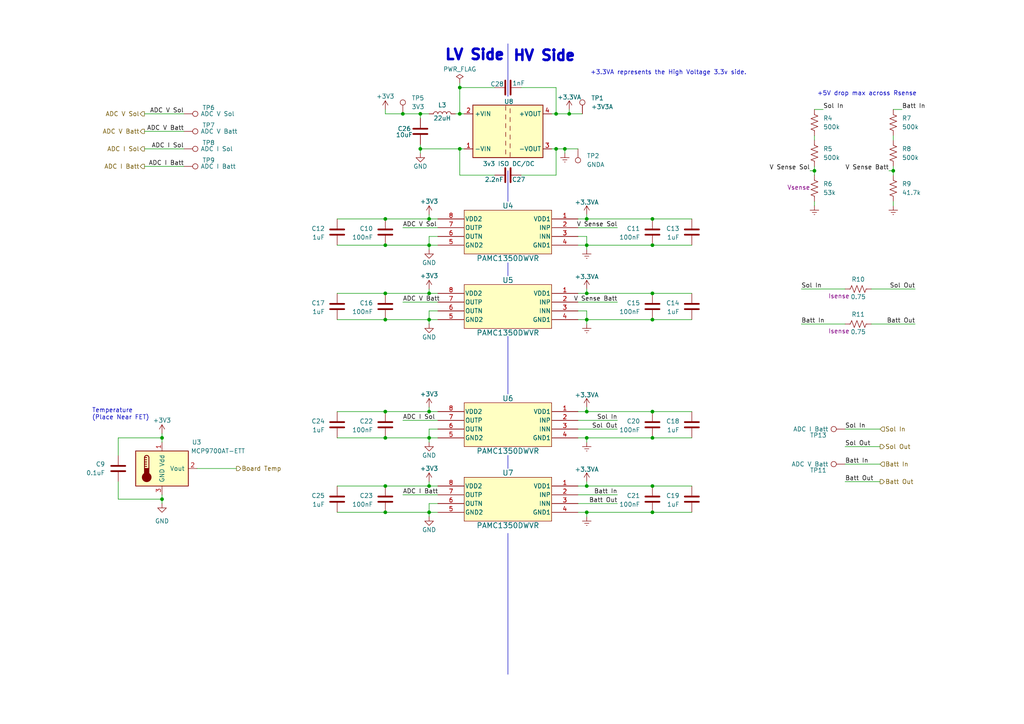
<source format=kicad_sch>
(kicad_sch (version 20231120) (generator "eeschema") (generator_version "8.0")
  (paper "A4")
  (title_block (title "Power Board v1") (date "2024-03-04") (rev "1") (company "Illini Solar Car") (comment 1 "Designed By: Alex Lymberopoulos & Alex Chmiel & Akhil Pothineni"))
  (lib_symbols
    (symbol "AMC1350:PAMC1350DWVR" (pin_names (offset 0.254))
      (property "Reference" "U" (at 20.32 6.35 0))
      (property "Value" "PAMC1350DWVR" (at 20.32 3.81 0))
      (symbol "PAMC1350DWVR_0_1"
        (pin power_in line (at 0 0 0) (length 7.62) (name "VDD1") (number "1"))
        (pin input line (at 0 -2.54 0) (length 7.62) (name "INP") (number "2"))
        (pin output line (at 40.64 -2.54 180) (length 7.62) (name "OUTP") (number "7"))
        (pin power_in line (at 40.64 0 180) (length 7.62) (name "VDD2") (number "8"))
      )
      (symbol "PAMC1350DWVR_1_1"
        (rectangle (start 7.62 2.54) (end 33.02 -10.16) (fill (type background)))
        (pin passive line (at 0 -5.08 0) (length 7.62) (name "INN") (number "3"))
        (pin passive line (at 0 -7.62 0) (length 7.62) (name "GND1") (number "4"))
        (pin passive line (at 40.64 -7.62 180) (length 7.62) (name "GND2") (number "5"))
        (pin passive line (at 40.64 -5.08 180) (length 7.62) (name "OUTN") (number "6"))
      )
    )
    (symbol "Connector:TestPoint" (pin_numbers hide) (pin_names (offset 0.762) hide)
      (property "Reference" "TP" (at 0 6.858 0))
      (property "Value" "TestPoint" (at 0 5.08 0))
      (symbol "TestPoint_0_1"
        (circle (center 0 3.302) (radius 0.762))
      )
      (symbol "TestPoint_1_1"
        (pin passive line (at 0 0 90) (length 2.54) (name "1") (number "1"))
      )
    )
    (symbol "Regulator_Switching:CRE1S0305S3C"
      (property "Reference" "U" (at -8.89 8.89 0))
      (property "Value" "CRE1S0305S3C" (at 2.54 8.89 0))
      (symbol "CRE1S0305S3C_0_1"
        (rectangle (start -10.16 7.62) (end 10.16 -7.62) (stroke (width 0.254)) (fill (type background)))
        (polyline (pts (xy -0.635 -5.334) (xy -0.635 -6.604)))
        (polyline (pts (xy -0.635 -2.794) (xy -0.635 -4.064)))
        (polyline (pts (xy -0.635 -0.254) (xy -0.635 -1.524)))
        (polyline (pts (xy -0.635 2.286) (xy -0.635 1.016)))
        (polyline (pts (xy -0.635 4.826) (xy -0.635 3.556)))
        (polyline (pts (xy -0.635 7.366) (xy -0.635 6.096)))
        (polyline (pts (xy 0.635 -7.366) (xy 0.635 -6.096)))
        (polyline (pts (xy 0.635 -4.826) (xy 0.635 -3.556)))
        (polyline (pts (xy 0.635 -2.286) (xy 0.635 -1.016)))
        (polyline (pts (xy 0.635 0.254) (xy 0.635 1.524)))
        (polyline (pts (xy 0.635 2.794) (xy 0.635 4.064)))
        (polyline (pts (xy 0.635 5.334) (xy 0.635 6.604)))
      )
      (symbol "CRE1S0305S3C_1_1"
        (pin power_in line (at -12.7 -5.08 0) (length 2.54) (name "-VIN") (number "1"))
        (pin power_in line (at -12.7 5.08 0) (length 2.54) (name "+VIN") (number "2"))
        (pin power_out line (at 12.7 -5.08 180) (length 2.54) (name "-VOUT") (number "3"))
        (pin power_out line (at 12.7 5.08 180) (length 2.54) (name "+VOUT") (number "4"))
      )
    )
    (symbol "Sensor_Temperature:MCP9700AT-ETT" (pin_names (offset 1.016))
      (property "Reference" "U" (at -6.35 6.35 0))
      (property "Value" "MCP9700AT-ETT" (at 1.27 6.35 0))
      (symbol "MCP9700AT-ETT_0_1"
        (rectangle (start -7.62 5.08) (end 7.62 -5.08) (stroke (width 0.254)) (fill (type background)))
        (circle (center -4.445 -2.54) (radius 1.27) (stroke (width 0.254)) (fill (type outline)))
        (rectangle (start -3.81 -1.905) (end -5.08 0) (stroke (width 0.254)) (fill (type outline)))
        (arc (start -3.81 3.175) (mid -4.445 3.8072) (end -5.08 3.175) (stroke (width 0.254)))
        (polyline (pts (xy -5.08 0.635) (xy -4.445 0.635)) (stroke (width 0.254)))
        (polyline (pts (xy -5.08 1.27) (xy -4.445 1.27)) (stroke (width 0.254)))
        (polyline (pts (xy -5.08 1.905) (xy -4.445 1.905)) (stroke (width 0.254)))
        (polyline (pts (xy -5.08 2.54) (xy -4.445 2.54)) (stroke (width 0.254)))
        (polyline (pts (xy -5.08 3.175) (xy -5.08 0)) (stroke (width 0.254)))
        (polyline (pts (xy -5.08 3.175) (xy -4.445 3.175)) (stroke (width 0.254)))
        (polyline (pts (xy -3.81 3.175) (xy -3.81 0)) (stroke (width 0.254)))
      )
      (symbol "MCP9700AT-ETT_1_1"
        (pin power_in line (at 0 7.62 270) (length 2.54) (name "Vdd") (number "1"))
        (pin output line (at 10.16 0 180) (length 2.54) (name "Vout") (number "2"))
        (pin power_in line (at 0 -7.62 90) (length 2.54) (name "GND") (number "3"))
      )
    )
    (symbol "device:C" (pin_numbers hide) (pin_names (offset 0.254))
      (property "Reference" "C" (at 0.635 2.54 0))
      (property "Value" "C" (at 0.635 -2.54 0))
      (symbol "C_0_1"
        (polyline (pts (xy -2.032 -0.762) (xy 2.032 -0.762)) (stroke (width 0.508)))
        (polyline (pts (xy -2.032 0.762) (xy 2.032 0.762)) (stroke (width 0.508)))
      )
      (symbol "C_1_1"
        (pin passive line (at 0 3.81 270) (length 2.794) (name "~") (number "1"))
        (pin passive line (at 0 -3.81 90) (length 2.794) (name "~") (number "2"))
      )
    )
    (symbol "device:L" (pin_numbers hide) (pin_names (offset 1.016) hide)
      (property "Reference" "L" (at -1.27 0 90))
      (property "Value" "L" (at 1.905 0 90))
      (symbol "L_0_1"
        (arc (start 0 -2.54) (mid 0.6323 -1.905) (end 0 -1.27))
        (arc (start 0 -1.27) (mid 0.6323 -0.635) (end 0 0))
        (arc (start 0 0) (mid 0.6323 0.635) (end 0 1.27))
        (arc (start 0 1.27) (mid 0.6323 1.905) (end 0 2.54))
      )
      (symbol "L_1_1"
        (pin passive line (at 0 3.81 270) (length 1.27) (name "1") (number "1"))
        (pin passive line (at 0 -3.81 90) (length 1.27) (name "2") (number "2"))
      )
    )
    (symbol "device:R_US" (pin_numbers hide) (pin_names (offset 0))
      (property "Reference" "R" (at 2.54 0 90))
      (property "Value" "R_US" (at -2.54 0 90))
      (symbol "R_US_0_1"
        (polyline (pts (xy 0 -2.286) (xy 0 -2.54)))
        (polyline (pts (xy 0 2.286) (xy 0 2.54)))
        (polyline (pts (xy 0 -0.762) (xy 1.016 -1.143) (xy 0 -1.524) (xy -1.016 -1.905) (xy 0 -2.286)))
        (polyline (pts (xy 0 0.762) (xy 1.016 0.381) (xy 0 0) (xy -1.016 -0.381) (xy 0 -0.762)))
        (polyline (pts (xy 0 2.286) (xy 1.016 1.905) (xy 0 1.524) (xy -1.016 1.143) (xy 0 0.762)))
      )
      (symbol "R_US_1_1"
        (pin passive line (at 0 3.81 270) (length 1.27) (name "~") (number "1"))
        (pin passive line (at 0 -3.81 90) (length 1.27) (name "~") (number "2"))
      )
    )
    (symbol "power:+3.3VA" (power) (pin_names (offset 0))
      (property "Value" "+3.3VA" (at 0 3.556 0))
      (symbol "+3.3VA_0_1"
        (polyline (pts (xy -0.762 1.27) (xy 0 2.54)))
        (polyline (pts (xy 0 0) (xy 0 2.54)))
        (polyline (pts (xy 0 2.54) (xy 0.762 1.27)))
      )
      (symbol "+3.3VA_1_1"
        (pin power_in line (at 0 0 90) (length 0) hide (name "+3.3VA") (number "1"))
      )
    )
    (symbol "power:+3V3" (power) (pin_names (offset 0))
      (property "Value" "+3V3" (at 0 3.556 0))
      (symbol "+3V3_0_1"
        (polyline (pts (xy -0.762 1.27) (xy 0 2.54)))
        (polyline (pts (xy 0 0) (xy 0 2.54)))
        (polyline (pts (xy 0 2.54) (xy 0.762 1.27)))
      )
      (symbol "+3V3_1_1"
        (pin power_in line (at 0 0 90) (length 0) hide (name "+3V3") (number "1"))
      )
    )
    (symbol "power:Earth" (power) (pin_names (offset 0))
      (symbol "Earth_0_1"
        (polyline (pts (xy -0.635 -1.905) (xy 0.635 -1.905)))
        (polyline (pts (xy -0.127 -2.54) (xy 0.127 -2.54)))
        (polyline (pts (xy 0 -1.27) (xy 0 0)))
        (polyline (pts (xy 1.27 -1.27) (xy -1.27 -1.27)))
      )
      (symbol "Earth_1_1"
        (pin power_in line (at 0 0 270) (length 0) hide (name "Earth") (number "1"))
      )
    )
    (symbol "power:GND" (power) (pin_names (offset 0))
      (property "Value" "GND" (at 0 -3.81 0))
      (symbol "GND_0_1"
        (polyline (pts (xy 0 0) (xy 0 -1.27) (xy 1.27 -1.27) (xy 0 -2.54) (xy -1.27 -1.27) (xy 0 -1.27)))
      )
      (symbol "GND_1_1"
        (pin power_in line (at 0 0 270) (length 0) hide (name "GND") (number "1"))
      )
    )
    (symbol "power:PWR_FLAG" (power) (pin_numbers hide) (pin_names (offset 0) hide)
      (property "Value" "PWR_FLAG" (at 0 3.81 0))
      (symbol "PWR_FLAG_0_0"
        (pin power_out line (at 0 0 90) (length 0) (name "pwr") (number "1"))
      )
      (symbol "PWR_FLAG_0_1"
        (polyline (pts (xy 0 0) (xy 0 1.27) (xy -1.016 1.905) (xy 0 2.54) (xy 1.016 1.905) (xy 0 1.27)))
      )
    )
  )
  (junction (at 111.76 127))
  (junction (at 133.35 33.02))
  (junction (at 170.18 140.97))
  (junction (at 111.76 63.5))
  (junction (at 124.46 127))
  (junction (at 189.23 127))
  (junction (at 189.23 63.5))
  (junction (at 124.46 71.12))
  (junction (at 124.46 85.09))
  (junction (at 236.22 49.53))
  (junction (at 189.23 85.09))
  (junction (at 189.23 92.71))
  (junction (at 170.18 127))
  (junction (at 124.46 119.38))
  (junction (at 111.76 119.38))
  (junction (at 189.23 119.38))
  (junction (at 189.23 140.97))
  (junction (at 170.18 71.12))
  (junction (at 170.18 92.71))
  (junction (at 124.46 92.71))
  (junction (at 124.46 140.97))
  (junction (at 170.18 119.38))
  (junction (at 170.18 63.5))
  (junction (at 124.46 63.5))
  (junction (at 111.76 71.12))
  (junction (at 165.1 33.02))
  (junction (at 111.76 92.71))
  (junction (at 111.76 85.09))
  (junction (at 121.92 43.18))
  (junction (at 46.99 144.78))
  (junction (at 163.83 43.18))
  (junction (at 189.23 148.59))
  (junction (at 111.76 140.97))
  (junction (at 170.18 85.09))
  (junction (at 121.92 33.02))
  (junction (at 161.29 33.02))
  (junction (at 116.84 33.02))
  (junction (at 259.08 49.53))
  (junction (at 124.46 148.59))
  (junction (at 170.18 148.59))
  (junction (at 111.76 148.59))
  (junction (at 133.35 43.18))
  (junction (at 46.99 127))
  (junction (at 133.35 25.4))
  (junction (at 161.29 43.18))
  (junction (at 189.23 71.12))
  (wire (pts (xy 170.18 118.11) (xy 170.18 119.38)))
  (wire (pts (xy 151.13 50.8) (xy 161.29 50.8)))
  (wire (pts (xy 170.18 119.38) (xy 167.64 119.38)))
  (wire (pts (xy 170.18 83.82) (xy 170.18 85.09)))
  (wire (pts (xy 189.23 71.12) (xy 170.18 71.12)))
  (wire (pts (xy 57.15 135.89) (xy 68.58 135.89)))
  (wire (pts (xy 170.18 85.09) (xy 167.64 85.09)))
  (wire (pts (xy 170.18 68.58) (xy 170.18 71.12)))
  (wire (pts (xy 259.08 58.42) (xy 259.08 59.69)))
  (wire (pts (xy 189.23 63.5) (xy 170.18 63.5)))
  (wire (pts (xy 124.46 62.23) (xy 124.46 63.5)))
  (wire (pts (xy 127 90.17) (xy 124.46 90.17)))
  (wire (pts (xy 127 68.58) (xy 124.46 68.58)))
  (wire (pts (xy 124.46 63.5) (xy 111.76 63.5)))
  (wire (pts (xy 34.29 127) (xy 46.99 127)))
  (wire (pts (xy 124.46 146.05) (xy 124.46 148.59)))
  (wire (pts (xy 143.51 50.8) (xy 133.35 50.8)))
  (wire (pts (xy 257.81 49.53) (xy 259.08 49.53)))
  (polyline (pts (xy 147.32 80.01) (xy 147.32 76.2)))
  (wire (pts (xy 124.46 139.7) (xy 124.46 140.97)))
  (wire (pts (xy 111.76 85.09) (xy 97.79 85.09)))
  (wire (pts (xy 124.46 119.38) (xy 111.76 119.38)))
  (wire (pts (xy 161.29 43.18) (xy 163.83 43.18)))
  (wire (pts (xy 236.22 39.37) (xy 236.22 40.64)))
  (polyline (pts (xy 147.32 58.42) (xy 147.32 49.53)))
  (wire (pts (xy 179.07 143.51) (xy 167.64 143.51)))
  (wire (pts (xy 111.76 127) (xy 97.79 127)))
  (wire (pts (xy 116.84 33.02) (xy 121.92 33.02)))
  (wire (pts (xy 46.99 143.51) (xy 46.99 144.78)))
  (wire (pts (xy 200.66 63.5) (xy 189.23 63.5)))
  (wire (pts (xy 160.02 33.02) (xy 161.29 33.02)))
  (wire (pts (xy 127 146.05) (xy 124.46 146.05)))
  (wire (pts (xy 170.18 92.71) (xy 167.64 92.71)))
  (wire (pts (xy 170.18 128.27) (xy 170.18 127)))
  (wire (pts (xy 170.18 71.12) (xy 167.64 71.12)))
  (wire (pts (xy 170.18 93.98) (xy 170.18 92.71)))
  (wire (pts (xy 161.29 50.8) (xy 161.29 43.18)))
  (wire (pts (xy 189.23 140.97) (xy 170.18 140.97)))
  (wire (pts (xy 111.76 92.71) (xy 97.79 92.71)))
  (wire (pts (xy 133.35 33.02) (xy 134.62 33.02)))
  (wire (pts (xy 151.13 25.4) (xy 161.29 25.4)))
  (wire (pts (xy 127 66.04) (xy 116.84 66.04)))
  (wire (pts (xy 200.66 85.09) (xy 189.23 85.09)))
  (wire (pts (xy 124.46 90.17) (xy 124.46 92.71)))
  (polyline (pts (xy 147.32 195.58) (xy 147.32 154.686)))
  (wire (pts (xy 200.66 127) (xy 189.23 127)))
  (wire (pts (xy 124.46 124.46) (xy 124.46 127)))
  (wire (pts (xy 34.29 132.08) (xy 34.29 127)))
  (wire (pts (xy 127 119.38) (xy 124.46 119.38)))
  (wire (pts (xy 252.73 83.82) (xy 265.43 83.82)))
  (wire (pts (xy 179.07 124.46) (xy 167.64 124.46)))
  (wire (pts (xy 167.64 90.17) (xy 170.18 90.17)))
  (wire (pts (xy 127 140.97) (xy 124.46 140.97)))
  (wire (pts (xy 124.46 92.71) (xy 124.46 93.98)))
  (wire (pts (xy 200.66 140.97) (xy 189.23 140.97)))
  (wire (pts (xy 163.83 43.18) (xy 167.64 43.18)))
  (wire (pts (xy 111.76 148.59) (xy 97.79 148.59)))
  (polyline (pts (xy 147.32 135.89) (xy 147.32 132.08)))
  (wire (pts (xy 143.51 25.4) (xy 133.35 25.4)))
  (wire (pts (xy 236.22 31.75) (xy 238.76 31.75)))
  (wire (pts (xy 124.46 71.12) (xy 111.76 71.12)))
  (wire (pts (xy 170.18 149.86) (xy 170.18 148.59)))
  (wire (pts (xy 161.29 25.4) (xy 161.29 33.02)))
  (wire (pts (xy 133.35 25.4) (xy 133.35 33.02)))
  (wire (pts (xy 46.99 125.73) (xy 46.99 127)))
  (wire (pts (xy 259.08 49.53) (xy 259.08 50.8)))
  (wire (pts (xy 121.92 41.91) (xy 121.92 43.18)))
  (wire (pts (xy 259.08 48.26) (xy 259.08 49.53)))
  (wire (pts (xy 124.46 127) (xy 124.46 128.27)))
  (wire (pts (xy 124.46 140.97) (xy 111.76 140.97)))
  (wire (pts (xy 41.91 33.02) (xy 53.34 33.02)))
  (wire (pts (xy 236.22 58.42) (xy 236.22 59.69)))
  (wire (pts (xy 163.83 43.18) (xy 163.83 44.45)))
  (wire (pts (xy 124.46 118.11) (xy 124.46 119.38)))
  (wire (pts (xy 165.1 33.02) (xy 168.91 33.02)))
  (wire (pts (xy 200.66 148.59) (xy 189.23 148.59)))
  (wire (pts (xy 245.11 129.54) (xy 255.27 129.54)))
  (wire (pts (xy 127 87.63) (xy 116.84 87.63)))
  (wire (pts (xy 252.73 93.98) (xy 265.43 93.98)))
  (wire (pts (xy 111.76 119.38) (xy 97.79 119.38)))
  (wire (pts (xy 259.08 39.37) (xy 259.08 40.64)))
  (wire (pts (xy 259.08 31.75) (xy 261.62 31.75)))
  (wire (pts (xy 133.35 24.13) (xy 133.35 25.4)))
  (wire (pts (xy 165.1 31.75) (xy 165.1 33.02)))
  (wire (pts (xy 232.41 83.82) (xy 245.11 83.82)))
  (wire (pts (xy 255.27 134.62) (xy 245.11 134.62)))
  (wire (pts (xy 170.18 148.59) (xy 189.23 148.59)))
  (wire (pts (xy 127 148.59) (xy 124.46 148.59)))
  (wire (pts (xy 111.76 71.12) (xy 97.79 71.12)))
  (wire (pts (xy 111.76 63.5) (xy 97.79 63.5)))
  (wire (pts (xy 111.76 140.97) (xy 97.79 140.97)))
  (wire (pts (xy 121.92 33.02) (xy 124.46 33.02)))
  (wire (pts (xy 170.18 72.39) (xy 170.18 71.12)))
  (wire (pts (xy 232.41 93.98) (xy 245.11 93.98)))
  (wire (pts (xy 41.91 43.18) (xy 53.34 43.18)))
  (wire (pts (xy 133.35 43.18) (xy 134.62 43.18)))
  (wire (pts (xy 34.29 139.7) (xy 34.29 144.78)))
  (wire (pts (xy 121.92 33.02) (xy 121.92 34.29)))
  (wire (pts (xy 170.18 148.59) (xy 167.64 148.59)))
  (wire (pts (xy 170.18 139.7) (xy 170.18 140.97)))
  (wire (pts (xy 236.22 48.26) (xy 236.22 49.53)))
  (wire (pts (xy 200.66 92.71) (xy 189.23 92.71)))
  (wire (pts (xy 170.18 62.23) (xy 170.18 63.5)))
  (wire (pts (xy 46.99 127) (xy 46.99 128.27)))
  (wire (pts (xy 236.22 49.53) (xy 236.22 50.8)))
  (wire (pts (xy 124.46 83.82) (xy 124.46 85.09)))
  (wire (pts (xy 124.46 127) (xy 111.76 127)))
  (wire (pts (xy 124.46 71.12) (xy 124.46 72.39)))
  (wire (pts (xy 170.18 63.5) (xy 167.64 63.5)))
  (wire (pts (xy 200.66 71.12) (xy 189.23 71.12)))
  (wire (pts (xy 160.02 43.18) (xy 161.29 43.18)))
  (wire (pts (xy 124.46 148.59) (xy 111.76 148.59)))
  (wire (pts (xy 111.76 31.75) (xy 111.76 33.02)))
  (wire (pts (xy 200.66 119.38) (xy 189.23 119.38)))
  (polyline (pts (xy 147.32 114.3) (xy 147.32 97.536)))
  (wire (pts (xy 132.08 33.02) (xy 133.35 33.02)))
  (wire (pts (xy 41.91 48.26) (xy 53.34 48.26)))
  (wire (pts (xy 245.11 139.7) (xy 255.27 139.7)))
  (wire (pts (xy 127 143.51) (xy 116.84 143.51)))
  (wire (pts (xy 161.29 33.02) (xy 165.1 33.02)))
  (wire (pts (xy 170.18 140.97) (xy 167.64 140.97)))
  (wire (pts (xy 124.46 85.09) (xy 111.76 85.09)))
  (wire (pts (xy 124.46 148.59) (xy 124.46 149.86)))
  (wire (pts (xy 127 71.12) (xy 124.46 71.12)))
  (wire (pts (xy 179.07 121.92) (xy 167.64 121.92)))
  (wire (pts (xy 245.11 124.46) (xy 255.27 124.46)))
  (wire (pts (xy 46.99 144.78) (xy 46.99 146.05)))
  (wire (pts (xy 189.23 92.71) (xy 170.18 92.71)))
  (wire (pts (xy 133.35 50.8) (xy 133.35 43.18)))
  (wire (pts (xy 167.64 68.58) (xy 170.18 68.58)))
  (wire (pts (xy 189.23 85.09) (xy 170.18 85.09)))
  (wire (pts (xy 189.23 119.38) (xy 170.18 119.38)))
  (wire (pts (xy 121.92 44.45) (xy 121.92 43.18)))
  (wire (pts (xy 127 121.92) (xy 116.84 121.92)))
  (wire (pts (xy 121.92 43.18) (xy 133.35 43.18)))
  (polyline (pts (xy 147.32 27.94) (xy 147.32 12.7)))
  (wire (pts (xy 34.29 144.78) (xy 46.99 144.78)))
  (wire (pts (xy 111.76 33.02) (xy 116.84 33.02)))
  (wire (pts (xy 189.23 127) (xy 170.18 127)))
  (wire (pts (xy 234.95 49.53) (xy 236.22 49.53)))
  (wire (pts (xy 127 92.71) (xy 124.46 92.71)))
  (wire (pts (xy 127 63.5) (xy 124.46 63.5)))
  (wire (pts (xy 124.46 92.71) (xy 111.76 92.71)))
  (wire (pts (xy 179.07 66.04) (xy 167.64 66.04)))
  (wire (pts (xy 124.46 68.58) (xy 124.46 71.12)))
  (wire (pts (xy 170.18 90.17) (xy 170.18 92.71)))
  (wire (pts (xy 179.07 87.63) (xy 167.64 87.63)))
  (wire (pts (xy 127 127) (xy 124.46 127)))
  (wire (pts (xy 179.07 146.05) (xy 167.64 146.05)))
  (wire (pts (xy 127 85.09) (xy 124.46 85.09)))
  (wire (pts (xy 127 124.46) (xy 124.46 124.46)))
  (wire (pts (xy 41.91 38.1) (xy 53.34 38.1)))
  (wire (pts (xy 170.18 127) (xy 167.64 127)))
  (text "Temperature\n(Place Near FET)" (at 26.67 121.92 0) (effects (font (size 1.27 1.27)) (justify left bottom)))
  (text "HV Side" (at 148.59 18.034 0) (effects (font (size 3 3) (thickness 0.8) (bold yes)) (justify left bottom)))
  (text "+5V drop max across Rsense" (at 236.982 27.94 0) (effects (font (size 1.27 1.27)) (justify left bottom)))
  (text "LV Side" (at 128.778 17.78 0) (effects (font (size 3 3) (thickness 0.8) (bold yes)) (justify left bottom)))
  (text "+3.3VA represents the High Voltage 3.3v side. " (at 171.196 21.844 0) (effects (font (size 1.27 1.27)) (justify left bottom)))
  (label "Sol Out" (at 265.43 83.82 180))
  (label "Batt In" (at 179.07 143.51 180))
  (label "ADC V Batt" (at 53.34 38.1 180))
  (label "ADC I Batt" (at 116.84 143.51 0))
  (label "ADC I Sol" (at 116.84 121.92 0))
  (label "ADC I Batt" (at 53.34 48.26 180))
  (label "Batt In" (at 261.62 31.75 0))
  (label "V Sense Sol" (at 234.95 49.53 180))
  (label "Sol In" (at 245.11 124.46 0))
  (label "ADC V Sol" (at 53.34 33.02 180))
  (label "V Sense Sol" (at 179.07 66.04 180))
  (label "ADC V Sol" (at 116.84 66.04 0))
  (label "Sol In" (at 179.07 121.92 180))
  (label "V Sense Batt" (at 257.81 49.53 180))
  (label "Batt In" (at 232.41 93.98 0))
  (label "Sol Out" (at 179.07 124.46 180))
  (label "Sol Out" (at 245.11 129.54 0))
  (label "Sol In" (at 232.41 83.82 0))
  (label "Batt Out" (at 179.07 146.05 180))
  (label "V Sense Batt" (at 179.07 87.63 180))
  (label "Batt Out" (at 265.43 93.98 180))
  (label "ADC I Sol" (at 53.34 43.18 180))
  (label "Batt Out" (at 245.11 139.7 0))
  (label "ADC V Batt" (at 116.84 87.63 0))
  (label "Sol In" (at 238.76 31.75 0))
  (label "Batt In" (at 245.11 134.62 0))
  (hierarchical_label "ADC V Sol" (shape output) (at 41.91 33.02 180))
  (hierarchical_label "Batt In" (shape input) (at 255.27 134.62 0))
  (hierarchical_label "Sol In" (shape input) (at 255.27 124.46 0))
  (hierarchical_label "Board Temp" (shape output) (at 68.58 135.89 0))
  (hierarchical_label "ADC I Sol" (shape output) (at 41.91 43.18 180))
  (hierarchical_label "Batt Out" (shape output) (at 255.27 139.7 0))
  (hierarchical_label "ADC I Batt" (shape output) (at 41.91 48.26 180))
  (hierarchical_label "ADC V Batt" (shape output) (at 41.91 38.1 180))
  (hierarchical_label "Sol Out" (shape output) (at 255.27 129.54 0))
  (symbol (lib_id "Connector:TestPoint") (at 53.34 43.18 270) (unit 1)
    (property "Reference" "TP8" (at 58.674 41.402 90) (effects (justify left)))
    (property "Value" "ADC I Sol" (at 58.166 43.18 90) (effects (justify left)))
    (property "Footprint" "TestPoint:TestPoint_THTPad_1.0x1.0mm_Drill0.5mm" (effects (hide yes)))
    (property "Description" "test point" (effects (hide yes)))
  )
  (symbol (lib_id "power:+3.3VA") (at 170.18 118.11 0) (unit 1)
    (property "Reference" "#PWR037" (effects (hide yes)))
    (property "Value" "+3.3VA" (at 170.18 114.554 0))
    (property "Description" "Power symbol creates a global label with name \"+3.3VA\"" (effects (hide yes)))
  )
  (symbol (lib_id "AMC1350:PAMC1350DWVR") (at 167.64 119.38 0) (mirror y) (unit 1)
    (property "Reference" "U6" (at 147.32 115.57 0) (effects (font (size 1.524 1.524))))
    (property "Value" "PAMC1350DWVR" (at 147.32 130.81 0) (effects (font (size 1.524 1.524))))
    (property "Footprint" "layout:U_PAMC1350DWVR_TEX" (effects (hide yes)))
    (property "Datasheet" "PAMC1350DWVR" (effects (hide yes)))
    (property "MPN" "PAMC1350DWVR" (effects (hide yes)))
  )
  (symbol (lib_id "device:C") (at 189.23 144.78 0) (mirror y) (unit 1)
    (property "Reference" "C21" (at 185.674 143.764 0) (effects (justify left)))
    (property "Value" "100nF" (at 185.674 146.304 0) (effects (justify left)))
    (property "Footprint" "Capacitor_SMD:C_0603_1608Metric_Pad1.08x0.95mm_HandSolder" (effects (hide yes)))
    (property "Description" "Unpolarized capacitor" (effects (hide yes)))
    (property "MPN" "CAP CER 1nF 10V X5R 0603" (effects (hide yes)))
  )
  (symbol (lib_id "device:R_US") (at 248.92 93.98 90) (unit 1)
    (property "Reference" "R11" (at 248.92 91.186 90))
    (property "Value" "0.75" (at 248.92 96.266 90))
    (property "Footprint" "Package_TO_SOT_SMD:TO-263-2_isolatedback" (effects (hide yes)))
    (property "Description" "Resistor, US symbol" (effects (hide yes)))
    (property "MPN" "PWR263S-35-R750F " (effects (hide yes)))
    (property "Note" "Isense" (at 243.332 96.012 90))
  )
  (symbol (lib_id "power:Earth") (at 170.18 93.98 0) (mirror y) (unit 1)
    (property "Reference" "#PWR021" (effects (hide yes)))
    (property "Value" "Earth" (effects (hide yes)))
    (property "Description" "Power symbol creates a global label with name \"Earth\"" (effects (hide yes)))
  )
  (symbol (lib_id "device:C") (at 200.66 67.31 0) (mirror y) (unit 1)
    (property "Reference" "C13" (at 197.104 66.294 0) (effects (justify left)))
    (property "Value" "1uF" (at 197.104 68.834 0) (effects (justify left)))
    (property "Footprint" "Capacitor_SMD:C_0603_1608Metric_Pad1.08x0.95mm_HandSolder" (effects (hide yes)))
    (property "Description" "Unpolarized capacitor" (effects (hide yes)))
    (property "MPN" "CAP CER 1nF 10V X5R 0603" (effects (hide yes)))
  )
  (symbol (lib_id "device:C") (at 97.79 67.31 0) (mirror y) (unit 1)
    (property "Reference" "C12" (at 94.234 66.294 0) (effects (justify left)))
    (property "Value" "1uF" (at 94.234 68.834 0) (effects (justify left)))
    (property "Footprint" "Capacitor_SMD:C_0603_1608Metric_Pad1.08x0.95mm_HandSolder" (effects (hide yes)))
    (property "Description" "Unpolarized capacitor" (effects (hide yes)))
    (property "MPN" "CAP CER 1nF 10V X5R 0603" (effects (hide yes)))
  )
  (symbol (lib_id "power:Earth") (at 170.18 72.39 0) (mirror y) (unit 1)
    (property "Reference" "#PWR020" (effects (hide yes)))
    (property "Value" "Earth" (effects (hide yes)))
    (property "Description" "Power symbol creates a global label with name \"Earth\"" (effects (hide yes)))
  )
  (symbol (lib_id "AMC1350:PAMC1350DWVR") (at 167.64 140.97 0) (mirror y) (unit 1)
    (property "Reference" "U7" (at 147.32 137.16 0) (effects (font (size 1.524 1.524))))
    (property "Value" "PAMC1350DWVR" (at 147.32 152.4 0) (effects (font (size 1.524 1.524))))
    (property "Footprint" "layout:U_PAMC1350DWVR_TEX" (effects (hide yes)))
    (property "Datasheet" "PAMC1350DWVR" (effects (hide yes)))
    (property "MPN" "PAMC1350DWVR" (effects (hide yes)))
  )
  (symbol (lib_id "Connector:TestPoint") (at 53.34 33.02 270) (unit 1)
    (property "Reference" "TP6" (at 58.674 31.242 90) (effects (justify left)))
    (property "Value" "ADC V Sol" (at 58.166 33.02 90) (effects (justify left)))
    (property "Footprint" "TestPoint:TestPoint_THTPad_1.0x1.0mm_Drill0.5mm" (effects (hide yes)))
    (property "Description" "test point" (effects (hide yes)))
  )
  (symbol (lib_id "AMC1350:PAMC1350DWVR") (at 167.64 63.5 0) (mirror y) (unit 1)
    (property "Reference" "U4" (at 147.32 59.69 0) (effects (font (size 1.524 1.524))))
    (property "Value" "PAMC1350DWVR" (at 147.32 74.93 0) (effects (font (size 1.524 1.524))))
    (property "Footprint" "layout:U_PAMC1350DWVR_TEX" (effects (hide yes)))
    (property "Datasheet" "PAMC1350DWVR" (effects (hide yes)))
    (property "MPN" "PAMC1350DWVR" (effects (hide yes)))
  )
  (symbol (lib_id "power:+3V3") (at 46.99 125.73 0) (mirror y) (unit 1)
    (property "Reference" "#PWR017" (effects (hide yes)))
    (property "Value" "+3V3" (at 46.99 121.92 0))
    (property "Description" "Power symbol creates a global label with name \"+3V3\"" (effects (hide yes)))
  )
  (symbol (lib_id "power:Earth") (at 236.22 59.69 0) (mirror y) (unit 1)
    (property "Reference" "#PWR039" (effects (hide yes)))
    (property "Value" "Earth" (effects (hide yes)))
    (property "Description" "Power symbol creates a global label with name \"Earth\"" (effects (hide yes)))
  )
  (symbol (lib_id "device:C") (at 200.66 144.78 0) (mirror y) (unit 1)
    (property "Reference" "C19" (at 197.104 143.764 0) (effects (justify left)))
    (property "Value" "1uF" (at 197.104 146.304 0) (effects (justify left)))
    (property "Footprint" "Capacitor_SMD:C_0603_1608Metric_Pad1.08x0.95mm_HandSolder" (effects (hide yes)))
    (property "Description" "Unpolarized capacitor" (effects (hide yes)))
    (property "MPN" "CAP CER 1nF 10V X5R 0603" (effects (hide yes)))
  )
  (symbol (lib_id "Connector:TestPoint") (at 168.91 33.02 0) (unit 1)
    (property "Reference" "TP1" (at 171.45 28.448 0) (effects (justify left)))
    (property "Value" "+3V3A" (at 171.45 30.988 0) (effects (justify left)))
    (property "Footprint" "TestPoint:TestPoint_THTPad_1.0x1.0mm_Drill0.5mm" (effects (hide yes)))
    (property "Description" "test point" (effects (hide yes)))
  )
  (symbol (lib_id "power:GND") (at 124.46 128.27 0) (mirror y) (unit 1)
    (property "Reference" "#PWR025" (effects (hide yes)))
    (property "Value" "GND" (at 124.46 132.08 0))
    (property "Description" "Power symbol creates a global label with name \"GND\" , ground" (effects (hide yes)))
  )
  (symbol (lib_id "device:L") (at 128.27 33.02 90) (unit 1)
    (property "Reference" "L3" (at 128.27 30.48 90))
    (property "Value" "22uH" (at 128.27 34.29 90))
    (property "Footprint" "Inductor_SMD:L_0603_1608Metric_Pad1.05x0.95mm_HandSolder" (effects (hide yes)))
    (property "Description" "Inductor" (effects (hide yes)))
    (property "MPN" "LQM18DZ220M70L" (effects (hide yes)))
  )
  (symbol (lib_id "power:+3V3") (at 124.46 139.7 0) (unit 1)
    (property "Reference" "#PWR030" (effects (hide yes)))
    (property "Value" "+3V3" (at 124.46 135.89 0))
    (property "Description" "Power symbol creates a global label with name \"+3V3\"" (effects (hide yes)))
  )
  (symbol (lib_id "Connector:TestPoint") (at 245.11 124.46 90) (unit 1)
    (property "Reference" "TP13" (at 239.776 126.238 90) (effects (justify left)))
    (property "Value" "ADC I Batt" (at 240.284 124.46 90) (effects (justify left)))
    (property "Footprint" "TestPoint:TestPoint_THTPad_1.0x1.0mm_Drill0.5mm" (effects (hide yes)))
    (property "Description" "test point" (effects (hide yes)))
  )
  (symbol (lib_id "device:C") (at 189.23 123.19 0) (mirror y) (unit 1)
    (property "Reference" "C20" (at 185.674 122.174 0) (effects (justify left)))
    (property "Value" "100nF" (at 185.674 124.714 0) (effects (justify left)))
    (property "Footprint" "Capacitor_SMD:C_0603_1608Metric_Pad1.08x0.95mm_HandSolder" (effects (hide yes)))
    (property "Description" "Unpolarized capacitor" (effects (hide yes)))
    (property "MPN" "CAP CER 1nF 10V X5R 0603" (effects (hide yes)))
  )
  (symbol (lib_id "device:C") (at 200.66 123.19 0) (mirror y) (unit 1)
    (property "Reference" "C18" (at 197.104 122.174 0) (effects (justify left)))
    (property "Value" "1uF" (at 197.104 124.714 0) (effects (justify left)))
    (property "Footprint" "Capacitor_SMD:C_0603_1608Metric_Pad1.08x0.95mm_HandSolder" (effects (hide yes)))
    (property "Description" "Unpolarized capacitor" (effects (hide yes)))
    (property "MPN" "CAP CER 1nF 10V X5R 0603" (effects (hide yes)))
  )
  (symbol (lib_id "power:PWR_FLAG") (at 133.35 24.13 0) (unit 1)
    (property "Reference" "#FLG03" (effects (hide yes)))
    (property "Value" "PWR_FLAG" (at 133.35 20.066 0))
    (property "Description" "Special symbol for telling ERC where power comes from" (effects (hide yes)))
  )
  (symbol (lib_id "Connector:TestPoint") (at 53.34 38.1 270) (unit 1)
    (property "Reference" "TP7" (at 58.674 36.322 90) (effects (justify left)))
    (property "Value" "ADC V Batt" (at 58.166 38.1 90) (effects (justify left)))
    (property "Footprint" "TestPoint:TestPoint_THTPad_1.0x1.0mm_Drill0.5mm" (effects (hide yes)))
    (property "Description" "test point" (effects (hide yes)))
  )
  (symbol (lib_id "power:Earth") (at 259.08 59.69 0) (mirror y) (unit 1)
    (property "Reference" "#PWR040" (effects (hide yes)))
    (property "Value" "Earth" (effects (hide yes)))
    (property "Description" "Power symbol creates a global label with name \"Earth\"" (effects (hide yes)))
  )
  (symbol (lib_id "Connector:TestPoint") (at 116.84 33.02 0) (unit 1)
    (property "Reference" "TP5" (at 119.38 28.4479 0) (effects (justify left)))
    (property "Value" "3V3" (at 119.38 30.9879 0) (effects (justify left)))
    (property "Footprint" "TestPoint:TestPoint_THTPad_1.0x1.0mm_Drill0.5mm" (effects (hide yes)))
    (property "Description" "test point" (effects (hide yes)))
  )
  (symbol (lib_id "power:+3.3VA") (at 170.18 62.23 0) (unit 1)
    (property "Reference" "#PWR035" (effects (hide yes)))
    (property "Value" "+3.3VA" (at 170.18 58.674 0))
    (property "Description" "Power symbol creates a global label with name \"+3.3VA\"" (effects (hide yes)))
  )
  (symbol (lib_id "device:R_US") (at 236.22 54.61 0) (unit 1)
    (property "Reference" "R6" (at 238.76 53.3399 0) (effects (justify left)))
    (property "Value" "53k" (at 238.76 55.8799 0) (effects (justify left)))
    (property "Footprint" "Resistor_SMD:R_0603_1608Metric_Pad0.98x0.95mm_HandSolder" (effects (hide yes)))
    (property "Description" "Resistor, US symbol" (effects (hide yes)))
    (property "MPN" "RN73H1JTTD5302D100" (effects (hide yes)))
    (property "Note" "Vsense" (at 231.648 54.356 0))
  )
  (symbol (lib_id "power:Earth") (at 170.18 149.86 0) (mirror y) (unit 1)
    (property "Reference" "#PWR024" (effects (hide yes)))
    (property "Value" "Earth" (effects (hide yes)))
    (property "Description" "Power symbol creates a global label with name \"Earth\"" (effects (hide yes)))
  )
  (symbol (lib_id "power:GND") (at 121.92 44.45 0) (mirror y) (unit 1)
    (property "Reference" "#PWR034" (effects (hide yes)))
    (property "Value" "GND" (at 121.92 48.26 0))
    (property "Description" "Power symbol creates a global label with name \"GND\" , ground" (effects (hide yes)))
  )
  (symbol (lib_id "device:C") (at 97.79 123.19 0) (mirror y) (unit 1)
    (property "Reference" "C24" (at 94.234 122.174 0) (effects (justify left)))
    (property "Value" "1uF" (at 94.234 124.714 0) (effects (justify left)))
    (property "Footprint" "Capacitor_SMD:C_0603_1608Metric_Pad1.08x0.95mm_HandSolder" (effects (hide yes)))
    (property "Description" "Unpolarized capacitor" (effects (hide yes)))
    (property "MPN" "CAP CER 1nF 10V X5R 0603" (effects (hide yes)))
  )
  (symbol (lib_id "Connector:TestPoint") (at 167.64 43.18 180) (unit 1)
    (property "Reference" "TP2" (at 170.18 45.2119 0) (effects (justify right)))
    (property "Value" "GNDA" (at 170.18 47.7519 0) (effects (justify right)))
    (property "Footprint" "TestPoint:TestPoint_THTPad_1.0x1.0mm_Drill0.5mm" (effects (hide yes)))
    (property "Description" "test point" (effects (hide yes)))
  )
  (symbol (lib_id "device:R_US") (at 259.08 44.45 0) (unit 1)
    (property "Reference" "R8" (at 261.62 43.1799 0) (effects (justify left)))
    (property "Value" "500k" (at 261.62 45.7199 0) (effects (justify left)))
    (property "Footprint" "Resistor_SMD:R_0603_1608Metric_Pad0.98x0.95mm_HandSolder" (effects (hide yes)))
    (property "Description" "Resistor, US symbol" (effects (hide yes)))
  )
  (symbol (lib_id "power:Earth") (at 170.18 128.27 0) (mirror y) (unit 1)
    (property "Reference" "#PWR023" (effects (hide yes)))
    (property "Value" "Earth" (effects (hide yes)))
    (property "Description" "Power symbol creates a global label with name \"Earth\"" (effects (hide yes)))
  )
  (symbol (lib_id "power:+3V3") (at 124.46 118.11 0) (unit 1)
    (property "Reference" "#PWR029" (effects (hide yes)))
    (property "Value" "+3V3" (at 124.46 114.3 0))
    (property "Description" "Power symbol creates a global label with name \"+3V3\"" (effects (hide yes)))
  )
  (symbol (lib_id "device:C") (at 200.66 88.9 0) (mirror y) (unit 1)
    (property "Reference" "C14" (at 197.104 87.884 0) (effects (justify left)))
    (property "Value" "1uF" (at 197.104 90.424 0) (effects (justify left)))
    (property "Footprint" "Capacitor_SMD:C_0603_1608Metric_Pad1.08x0.95mm_HandSolder" (effects (hide yes)))
    (property "Description" "Unpolarized capacitor" (effects (hide yes)))
    (property "MPN" "CAP CER 1nF 10V X5R 0603" (effects (hide yes)))
  )
  (symbol (lib_id "power:GND") (at 124.46 93.98 0) (mirror y) (unit 1)
    (property "Reference" "#PWR022" (effects (hide yes)))
    (property "Value" "GND" (at 124.46 97.79 0))
    (property "Description" "Power symbol creates a global label with name \"GND\" , ground" (effects (hide yes)))
  )
  (symbol (lib_id "device:C") (at 189.23 67.31 0) (mirror y) (unit 1)
    (property "Reference" "C11" (at 185.674 66.294 0) (effects (justify left)))
    (property "Value" "100nF" (at 185.674 68.834 0) (effects (justify left)))
    (property "Footprint" "Capacitor_SMD:C_0603_1608Metric_Pad1.08x0.95mm_HandSolder" (effects (hide yes)))
    (property "Description" "Unpolarized capacitor" (effects (hide yes)))
    (property "MPN" "CAP CER 1nF 10V X5R 0603" (effects (hide yes)))
  )
  (symbol (lib_id "device:C") (at 147.32 50.8 90) (unit 1)
    (property "Reference" "C27" (at 152.4 52.07 90) (effects (justify left)))
    (property "Value" "2.2nF" (at 146.05 52.07 90) (effects (justify left)))
    (property "Footprint" "Capacitor_SMD:C_0603_1608Metric_Pad1.08x0.95mm_HandSolder" (effects (hide yes)))
    (property "Description" "Unpolarized capacitor" (effects (hide yes)))
    (property "MPN" "CAP CER 2.2nF 10V X7R 0603" (effects (hide yes)))
  )
  (symbol (lib_id "Connector:TestPoint") (at 245.11 134.62 90) (unit 1)
    (property "Reference" "TP11" (at 239.776 136.398 90) (effects (justify left)))
    (property "Value" "ADC V Batt" (at 240.284 134.62 90) (effects (justify left)))
    (property "Footprint" "TestPoint:TestPoint_THTPad_1.0x1.0mm_Drill0.5mm" (effects (hide yes)))
    (property "Description" "test point" (effects (hide yes)))
  )
  (symbol (lib_id "Sensor_Temperature:MCP9700AT-ETT") (at 46.99 135.89 0) (unit 1)
    (property "Reference" "U3" (at 58.42 128.27 0) (effects (justify right)))
    (property "Value" "MCP9700AT-ETT" (at 71.12 130.81 0) (effects (justify right)))
    (property "Footprint" "Package_TO_SOT_SMD:SOT-23" (effects (hide yes)))
    (property "Datasheet" "http://ww1.microchip.com/downloads/en/DeviceDoc/21942e.pdf" (effects (hide yes)))
    (property "Description" "Low power, analog thermistor temperature sensor, ±2C accuracy, -40C to +125C, in SOT-23-3" (effects (hide yes)))
    (property "MPN" "MCP9700AT-ETT" (effects (hide yes)))
  )
  (symbol (lib_id "AMC1350:PAMC1350DWVR") (at 167.64 85.09 0) (mirror y) (unit 1)
    (property "Reference" "U5" (at 147.32 81.28 0) (effects (font (size 1.524 1.524))))
    (property "Value" "PAMC1350DWVR" (at 147.32 96.52 0) (effects (font (size 1.524 1.524))))
    (property "Footprint" "layout:U_PAMC1350DWVR_TEX" (effects (hide yes)))
    (property "Datasheet" "PAMC1350DWVR" (effects (hide yes)))
    (property "MPN" "PAMC1350DWVR" (effects (hide yes)))
  )
  (symbol (lib_id "power:+3.3VA") (at 170.18 83.82 0) (unit 1)
    (property "Reference" "#PWR036" (effects (hide yes)))
    (property "Value" "+3.3VA" (at 170.18 80.264 0))
    (property "Description" "Power symbol creates a global label with name \"+3.3VA\"" (effects (hide yes)))
  )
  (symbol (lib_id "device:R_US") (at 236.22 44.45 0) (unit 1)
    (property "Reference" "R5" (at 238.76 43.1799 0) (effects (justify left)))
    (property "Value" "500k" (at 238.76 45.7199 0) (effects (justify left)))
    (property "Footprint" "Resistor_SMD:R_0603_1608Metric_Pad0.98x0.95mm_HandSolder" (effects (hide yes)))
    (property "Description" "Resistor, US symbol" (effects (hide yes)))
  )
  (symbol (lib_id "device:C") (at 111.76 144.78 0) (mirror y) (unit 1)
    (property "Reference" "C23" (at 108.204 143.764 0) (effects (justify left)))
    (property "Value" "100nF" (at 108.204 146.304 0) (effects (justify left)))
    (property "Footprint" "Capacitor_SMD:C_0603_1608Metric_Pad1.08x0.95mm_HandSolder" (effects (hide yes)))
    (property "Description" "Unpolarized capacitor" (effects (hide yes)))
    (property "MPN" "CAP CER 1nF 10V X5R 0603" (effects (hide yes)))
  )
  (symbol (lib_id "power:+3V3") (at 124.46 83.82 0) (unit 1)
    (property "Reference" "#PWR028" (effects (hide yes)))
    (property "Value" "+3V3" (at 124.46 80.01 0))
    (property "Description" "Power symbol creates a global label with name \"+3V3\"" (effects (hide yes)))
  )
  (symbol (lib_id "device:C") (at 111.76 67.31 0) (mirror y) (unit 1)
    (property "Reference" "C10" (at 108.204 66.294 0) (effects (justify left)))
    (property "Value" "100nF" (at 108.204 68.834 0) (effects (justify left)))
    (property "Footprint" "Capacitor_SMD:C_0603_1608Metric_Pad1.08x0.95mm_HandSolder" (effects (hide yes)))
    (property "Description" "Unpolarized capacitor" (effects (hide yes)))
    (property "MPN" "CAP CER 1nF 10V X5R 0603" (effects (hide yes)))
  )
  (symbol (lib_id "device:R_US") (at 248.92 83.82 90) (unit 1)
    (property "Reference" "R10" (at 248.92 81.026 90))
    (property "Value" "0.75" (at 248.92 86.106 90))
    (property "Footprint" "Package_TO_SOT_SMD:TO-263-2_isolatedback" (effects (hide yes)))
    (property "Description" "Resistor, US symbol" (effects (hide yes)))
    (property "MPN" "PWR263S-35-R750F " (effects (hide yes)))
    (property "Note" "Isense" (at 243.332 85.852 90))
  )
  (symbol (lib_id "device:C") (at 111.76 88.9 0) (mirror y) (unit 1)
    (property "Reference" "C16" (at 108.204 87.884 0) (effects (justify left)))
    (property "Value" "100nF" (at 108.204 90.424 0) (effects (justify left)))
    (property "Footprint" "Capacitor_SMD:C_0603_1608Metric_Pad1.08x0.95mm_HandSolder" (effects (hide yes)))
    (property "Description" "Unpolarized capacitor" (effects (hide yes)))
    (property "MPN" "CAP CER 1nF 10V X5R 0603" (effects (hide yes)))
  )
  (symbol (lib_id "device:C") (at 121.92 38.1 0) (unit 1)
    (property "Reference" "C26" (at 115.316 37.338 0) (effects (justify left)))
    (property "Value" "10uF" (at 114.808 39.116 0) (effects (justify left)))
    (property "Footprint" "Capacitor_SMD:C_0603_1608Metric_Pad1.08x0.95mm_HandSolder" (effects (hide yes)))
    (property "Description" "Unpolarized capacitor" (effects (hide yes)))
    (property "MPN" "CAP CER 10uF 10V X7R 0603" (effects (hide yes)))
  )
  (symbol (lib_id "power:Earth") (at 163.83 44.45 0) (mirror y) (unit 1)
    (property "Reference" "#PWR033" (effects (hide yes)))
    (property "Value" "Earth" (effects (hide yes)))
    (property "Description" "Power symbol creates a global label with name \"Earth\"" (effects (hide yes)))
  )
  (symbol (lib_id "device:C") (at 111.76 123.19 0) (mirror y) (unit 1)
    (property "Reference" "C22" (at 108.204 122.174 0) (effects (justify left)))
    (property "Value" "100nF" (at 108.204 124.714 0) (effects (justify left)))
    (property "Footprint" "Capacitor_SMD:C_0603_1608Metric_Pad1.08x0.95mm_HandSolder" (effects (hide yes)))
    (property "Description" "Unpolarized capacitor" (effects (hide yes)))
    (property "MPN" "CAP CER 1nF 10V X5R 0603" (effects (hide yes)))
  )
  (symbol (lib_id "power:+3V3") (at 124.46 62.23 0) (unit 1)
    (property "Reference" "#PWR027" (effects (hide yes)))
    (property "Value" "+3V3" (at 124.46 58.42 0))
    (property "Description" "Power symbol creates a global label with name \"+3V3\"" (effects (hide yes)))
  )
  (symbol (lib_id "device:C") (at 189.23 88.9 0) (mirror y) (unit 1)
    (property "Reference" "C15" (at 185.674 87.884 0) (effects (justify left)))
    (property "Value" "100nF" (at 185.674 90.424 0) (effects (justify left)))
    (property "Footprint" "Capacitor_SMD:C_0603_1608Metric_Pad1.08x0.95mm_HandSolder" (effects (hide yes)))
    (property "Description" "Unpolarized capacitor" (effects (hide yes)))
    (property "MPN" "CAP CER 1nF 10V X5R 0603" (effects (hide yes)))
  )
  (symbol (lib_id "power:GND") (at 46.99 146.05 0) (mirror y) (unit 1)
    (property "Reference" "#PWR018" (effects (hide yes)))
    (property "Value" "GND" (at 46.99 151.13 0))
    (property "Description" "Power symbol creates a global label with name \"GND\" , ground" (effects (hide yes)))
  )
  (symbol (lib_id "Connector:TestPoint") (at 53.34 48.26 270) (unit 1)
    (property "Reference" "TP9" (at 58.674 46.482 90) (effects (justify left)))
    (property "Value" "ADC I Batt" (at 58.166 48.26 90) (effects (justify left)))
    (property "Footprint" "TestPoint:TestPoint_THTPad_1.0x1.0mm_Drill0.5mm" (effects (hide yes)))
    (property "Description" "test point" (effects (hide yes)))
  )
  (symbol (lib_id "device:R_US") (at 259.08 54.61 0) (unit 1)
    (property "Reference" "R9" (at 261.62 53.3399 0) (effects (justify left)))
    (property "Value" "41.7k" (at 261.62 55.8799 0) (effects (justify left)))
    (property "Footprint" "Resistor_SMD:R_0603_1608Metric_Pad0.98x0.95mm_HandSolder" (effects (hide yes)))
    (property "Description" "Resistor, US symbol" (effects (hide yes)))
    (property "MPN" "RN73R1JTTD4172F10" (effects (hide yes)))
    (property "Note" "Vsense" (effects (hide yes)))
  )
  (symbol (lib_id "power:+3V3") (at 111.76 31.75 0) (unit 1)
    (property "Reference" "#PWR031" (effects (hide yes)))
    (property "Value" "+3V3" (at 111.76 27.94 0))
    (property "Description" "Power symbol creates a global label with name \"+3V3\"" (effects (hide yes)))
  )
  (symbol (lib_id "device:R_US") (at 236.22 35.56 0) (unit 1)
    (property "Reference" "R4" (at 238.76 34.2899 0) (effects (justify left)))
    (property "Value" "500k" (at 238.76 36.8299 0) (effects (justify left)))
    (property "Footprint" "Resistor_SMD:R_0603_1608Metric_Pad0.98x0.95mm_HandSolder" (effects (hide yes)))
    (property "Description" "Resistor, US symbol" (effects (hide yes)))
  )
  (symbol (lib_id "device:C") (at 34.29 135.89 0) (mirror y) (unit 1)
    (property "Reference" "C9" (at 30.48 134.6199 0) (effects (justify left)))
    (property "Value" "0.1uF" (at 30.48 137.1599 0) (effects (justify left)))
    (property "Footprint" "Capacitor_SMD:C_0603_1608Metric_Pad1.08x0.95mm_HandSolder" (effects (hide yes)))
    (property "Description" "Unpolarized capacitor" (effects (hide yes)))
    (property "MPN" "CAP CER 0.1UF 10V X5R 0603" (effects (hide yes)))
  )
  (symbol (lib_id "device:C") (at 147.32 25.4 270) (unit 1)
    (property "Reference" "C28" (at 142.24 24.384 90) (effects (justify left)))
    (property "Value" "1nF" (at 148.59 24.13 90) (effects (justify left)))
    (property "Footprint" "Capacitor_SMD:C_0603_1608Metric_Pad1.08x0.95mm_HandSolder" (effects (hide yes)))
    (property "Description" "Unpolarized capacitor" (effects (hide yes)))
    (property "MPN" "CAP CER 1nF 10V X7R 0603" (effects (hide yes)))
  )
  (symbol (lib_id "power:+3.3VA") (at 165.1 31.75 0) (unit 1)
    (property "Reference" "#PWR032" (effects (hide yes)))
    (property "Value" "+3.3VA" (at 165.1 28.194 0))
    (property "Description" "Power symbol creates a global label with name \"+3.3VA\"" (effects (hide yes)))
  )
  (symbol (lib_id "device:C") (at 97.79 144.78 0) (mirror y) (unit 1)
    (property "Reference" "C25" (at 94.234 143.764 0) (effects (justify left)))
    (property "Value" "1uF" (at 94.234 146.304 0) (effects (justify left)))
    (property "Footprint" "Capacitor_SMD:C_0603_1608Metric_Pad1.08x0.95mm_HandSolder" (effects (hide yes)))
    (property "Description" "Unpolarized capacitor" (effects (hide yes)))
    (property "MPN" "CAP CER 1nF 10V X5R 0603" (effects (hide yes)))
  )
  (symbol (lib_id "device:R_US") (at 259.08 35.56 0) (unit 1)
    (property "Reference" "R7" (at 261.62 34.2899 0) (effects (justify left)))
    (property "Value" "500k" (at 261.62 36.8299 0) (effects (justify left)))
    (property "Footprint" "Resistor_SMD:R_0603_1608Metric_Pad0.98x0.95mm_HandSolder" (effects (hide yes)))
    (property "Description" "Resistor, US symbol" (effects (hide yes)))
  )
  (symbol (lib_id "power:+3.3VA") (at 170.18 139.7 0) (unit 1)
    (property "Reference" "#PWR038" (effects (hide yes)))
    (property "Value" "+3.3VA" (at 170.18 136.144 0))
    (property "Description" "Power symbol creates a global label with name \"+3.3VA\"" (effects (hide yes)))
  )
  (symbol (lib_id "Regulator_Switching:CRE1S0305S3C") (at 147.32 38.1 0) (unit 1)
    (property "Reference" "U8" (at 147.574 29.464 0))
    (property "Value" "3v3 ISO DC/DC" (at 147.574 47.498 0))
    (property "Footprint" "Converter_DCDC:Converter_DCDC_RECOM_R-78S-0.1_THT" (effects (hide yes)))
    (property "Datasheet" "http://power.murata.com/datasheet?/data/power/ncl/kdc_cre1.pdf" (effects (hide yes)))
    (property "Description" "3.3V to 5V 200mA, Isolated 2W Single-Output DC-DC Converter Modules with 3kV isolation, SIP-4" (effects (hide yes)))
    (property "MPN" "RM-3.33.3S" (effects (hide yes)))
  )
  (symbol (lib_id "power:GND") (at 124.46 149.86 0) (mirror y) (unit 1)
    (property "Reference" "#PWR026" (effects (hide yes)))
    (property "Value" "GND" (at 124.46 153.67 0))
    (property "Description" "Power symbol creates a global label with name \"GND\" , ground" (effects (hide yes)))
  )
  (symbol (lib_id "device:C") (at 97.79 88.9 0) (mirror y) (unit 1)
    (property "Reference" "C17" (at 94.234 87.884 0) (effects (justify left)))
    (property "Value" "1uF" (at 94.234 90.424 0) (effects (justify left)))
    (property "Footprint" "Capacitor_SMD:C_0603_1608Metric_Pad1.08x0.95mm_HandSolder" (effects (hide yes)))
    (property "Description" "Unpolarized capacitor" (effects (hide yes)))
    (property "MPN" "CAP CER 1nF 10V X5R 0603" (effects (hide yes)))
  )
  (symbol (lib_id "power:GND") (at 124.46 72.39 0) (mirror y) (unit 1)
    (property "Reference" "#PWR019" (effects (hide yes)))
    (property "Value" "GND" (at 124.46 76.2 0))
    (property "Description" "Power symbol creates a global label with name \"GND\" , ground" (effects (hide yes)))
  )
)
</source>
